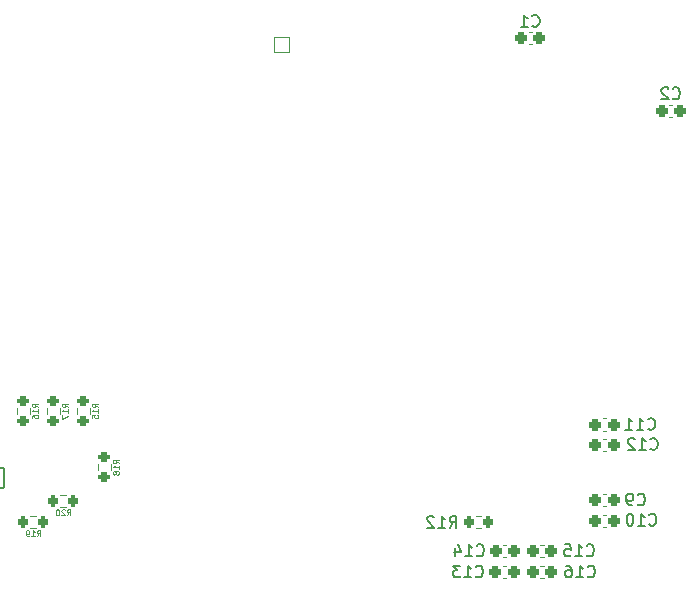
<source format=gbo>
G04 #@! TF.GenerationSoftware,KiCad,Pcbnew,(6.0.4-0)*
G04 #@! TF.CreationDate,2022-05-10T10:58:29-07:00*
G04 #@! TF.ProjectId,Labpass RFID Reader,4c616270-6173-4732-9052-464944205265,0.1.0*
G04 #@! TF.SameCoordinates,Original*
G04 #@! TF.FileFunction,Legend,Bot*
G04 #@! TF.FilePolarity,Positive*
%FSLAX46Y46*%
G04 Gerber Fmt 4.6, Leading zero omitted, Abs format (unit mm)*
G04 Created by KiCad (PCBNEW (6.0.4-0)) date 2022-05-10 10:58:29*
%MOMM*%
%LPD*%
G01*
G04 APERTURE LIST*
G04 Aperture macros list*
%AMRoundRect*
0 Rectangle with rounded corners*
0 $1 Rounding radius*
0 $2 $3 $4 $5 $6 $7 $8 $9 X,Y pos of 4 corners*
0 Add a 4 corners polygon primitive as box body*
4,1,4,$2,$3,$4,$5,$6,$7,$8,$9,$2,$3,0*
0 Add four circle primitives for the rounded corners*
1,1,$1+$1,$2,$3*
1,1,$1+$1,$4,$5*
1,1,$1+$1,$6,$7*
1,1,$1+$1,$8,$9*
0 Add four rect primitives between the rounded corners*
20,1,$1+$1,$2,$3,$4,$5,0*
20,1,$1+$1,$4,$5,$6,$7,0*
20,1,$1+$1,$6,$7,$8,$9,0*
20,1,$1+$1,$8,$9,$2,$3,0*%
G04 Aperture macros list end*
%ADD10C,0.100000*%
%ADD11C,0.150000*%
%ADD12C,0.120000*%
%ADD13RoundRect,0.050800X0.850000X-0.850000X0.850000X0.850000X-0.850000X0.850000X-0.850000X-0.850000X0*%
%ADD14O,1.801600X1.801600*%
%ADD15RoundRect,0.050800X-0.850000X-0.850000X0.850000X-0.850000X0.850000X0.850000X-0.850000X0.850000X0*%
%ADD16RoundRect,0.250800X-0.275000X0.200000X-0.275000X-0.200000X0.275000X-0.200000X0.275000X0.200000X0*%
%ADD17C,1.625600*%
%ADD18RoundRect,0.250800X0.200000X0.275000X-0.200000X0.275000X-0.200000X-0.275000X0.200000X-0.275000X0*%
%ADD19C,2.301600*%
%ADD20RoundRect,0.050800X0.650000X0.650000X-0.650000X0.650000X-0.650000X-0.650000X0.650000X-0.650000X0*%
%ADD21C,1.401600*%
%ADD22C,1.676400*%
%ADD23RoundRect,0.275800X0.225000X0.250000X-0.225000X0.250000X-0.225000X-0.250000X0.225000X-0.250000X0*%
%ADD24RoundRect,0.250800X-0.200000X-0.275000X0.200000X-0.275000X0.200000X0.275000X-0.200000X0.275000X0*%
%ADD25RoundRect,0.275800X-0.225000X-0.250000X0.225000X-0.250000X0.225000X0.250000X-0.225000X0.250000X0*%
G04 APERTURE END LIST*
D10*
X117304190Y-108390571D02*
X117066095Y-108223904D01*
X117304190Y-108104857D02*
X116804190Y-108104857D01*
X116804190Y-108295333D01*
X116828000Y-108342952D01*
X116851809Y-108366761D01*
X116899428Y-108390571D01*
X116970857Y-108390571D01*
X117018476Y-108366761D01*
X117042285Y-108342952D01*
X117066095Y-108295333D01*
X117066095Y-108104857D01*
X117304190Y-108866761D02*
X117304190Y-108581047D01*
X117304190Y-108723904D02*
X116804190Y-108723904D01*
X116875619Y-108676285D01*
X116923238Y-108628666D01*
X116947047Y-108581047D01*
X116804190Y-109319142D02*
X116804190Y-109081047D01*
X117042285Y-109057238D01*
X117018476Y-109081047D01*
X116994666Y-109128666D01*
X116994666Y-109247714D01*
X117018476Y-109295333D01*
X117042285Y-109319142D01*
X117089904Y-109342952D01*
X117208952Y-109342952D01*
X117256571Y-109319142D01*
X117280380Y-109295333D01*
X117304190Y-109247714D01*
X117304190Y-109128666D01*
X117280380Y-109081047D01*
X117256571Y-109057238D01*
X114684428Y-117558190D02*
X114851095Y-117320095D01*
X114970142Y-117558190D02*
X114970142Y-117058190D01*
X114779666Y-117058190D01*
X114732047Y-117082000D01*
X114708238Y-117105809D01*
X114684428Y-117153428D01*
X114684428Y-117224857D01*
X114708238Y-117272476D01*
X114732047Y-117296285D01*
X114779666Y-117320095D01*
X114970142Y-117320095D01*
X114493952Y-117105809D02*
X114470142Y-117082000D01*
X114422523Y-117058190D01*
X114303476Y-117058190D01*
X114255857Y-117082000D01*
X114232047Y-117105809D01*
X114208238Y-117153428D01*
X114208238Y-117201047D01*
X114232047Y-117272476D01*
X114517761Y-117558190D01*
X114208238Y-117558190D01*
X113898714Y-117058190D02*
X113851095Y-117058190D01*
X113803476Y-117082000D01*
X113779666Y-117105809D01*
X113755857Y-117153428D01*
X113732047Y-117248666D01*
X113732047Y-117367714D01*
X113755857Y-117462952D01*
X113779666Y-117510571D01*
X113803476Y-117534380D01*
X113851095Y-117558190D01*
X113898714Y-117558190D01*
X113946333Y-117534380D01*
X113970142Y-117510571D01*
X113993952Y-117462952D01*
X114017761Y-117367714D01*
X114017761Y-117248666D01*
X113993952Y-117153428D01*
X113970142Y-117105809D01*
X113946333Y-117082000D01*
X113898714Y-117058190D01*
X112224190Y-108390571D02*
X111986095Y-108223904D01*
X112224190Y-108104857D02*
X111724190Y-108104857D01*
X111724190Y-108295333D01*
X111748000Y-108342952D01*
X111771809Y-108366761D01*
X111819428Y-108390571D01*
X111890857Y-108390571D01*
X111938476Y-108366761D01*
X111962285Y-108342952D01*
X111986095Y-108295333D01*
X111986095Y-108104857D01*
X112224190Y-108866761D02*
X112224190Y-108581047D01*
X112224190Y-108723904D02*
X111724190Y-108723904D01*
X111795619Y-108676285D01*
X111843238Y-108628666D01*
X111867047Y-108581047D01*
X111724190Y-109295333D02*
X111724190Y-109200095D01*
X111748000Y-109152476D01*
X111771809Y-109128666D01*
X111843238Y-109081047D01*
X111938476Y-109057238D01*
X112128952Y-109057238D01*
X112176571Y-109081047D01*
X112200380Y-109104857D01*
X112224190Y-109152476D01*
X112224190Y-109247714D01*
X112200380Y-109295333D01*
X112176571Y-109319142D01*
X112128952Y-109342952D01*
X112009904Y-109342952D01*
X111962285Y-109319142D01*
X111938476Y-109295333D01*
X111914666Y-109247714D01*
X111914666Y-109152476D01*
X111938476Y-109104857D01*
X111962285Y-109081047D01*
X112009904Y-109057238D01*
X119082190Y-113153571D02*
X118844095Y-112986904D01*
X119082190Y-112867857D02*
X118582190Y-112867857D01*
X118582190Y-113058333D01*
X118606000Y-113105952D01*
X118629809Y-113129761D01*
X118677428Y-113153571D01*
X118748857Y-113153571D01*
X118796476Y-113129761D01*
X118820285Y-113105952D01*
X118844095Y-113058333D01*
X118844095Y-112867857D01*
X119082190Y-113629761D02*
X119082190Y-113344047D01*
X119082190Y-113486904D02*
X118582190Y-113486904D01*
X118653619Y-113439285D01*
X118701238Y-113391666D01*
X118725047Y-113344047D01*
X118796476Y-113915476D02*
X118772666Y-113867857D01*
X118748857Y-113844047D01*
X118701238Y-113820238D01*
X118677428Y-113820238D01*
X118629809Y-113844047D01*
X118606000Y-113867857D01*
X118582190Y-113915476D01*
X118582190Y-114010714D01*
X118606000Y-114058333D01*
X118629809Y-114082142D01*
X118677428Y-114105952D01*
X118701238Y-114105952D01*
X118748857Y-114082142D01*
X118772666Y-114058333D01*
X118796476Y-114010714D01*
X118796476Y-113915476D01*
X118820285Y-113867857D01*
X118844095Y-113844047D01*
X118891714Y-113820238D01*
X118986952Y-113820238D01*
X119034571Y-113844047D01*
X119058380Y-113867857D01*
X119082190Y-113915476D01*
X119082190Y-114010714D01*
X119058380Y-114058333D01*
X119034571Y-114082142D01*
X118986952Y-114105952D01*
X118891714Y-114105952D01*
X118844095Y-114082142D01*
X118820285Y-114058333D01*
X118796476Y-114010714D01*
X114764190Y-108390571D02*
X114526095Y-108223904D01*
X114764190Y-108104857D02*
X114264190Y-108104857D01*
X114264190Y-108295333D01*
X114288000Y-108342952D01*
X114311809Y-108366761D01*
X114359428Y-108390571D01*
X114430857Y-108390571D01*
X114478476Y-108366761D01*
X114502285Y-108342952D01*
X114526095Y-108295333D01*
X114526095Y-108104857D01*
X114764190Y-108866761D02*
X114764190Y-108581047D01*
X114764190Y-108723904D02*
X114264190Y-108723904D01*
X114335619Y-108676285D01*
X114383238Y-108628666D01*
X114407047Y-108581047D01*
X114264190Y-109033428D02*
X114264190Y-109366761D01*
X114764190Y-109152476D01*
X112144428Y-119336190D02*
X112311095Y-119098095D01*
X112430142Y-119336190D02*
X112430142Y-118836190D01*
X112239666Y-118836190D01*
X112192047Y-118860000D01*
X112168238Y-118883809D01*
X112144428Y-118931428D01*
X112144428Y-119002857D01*
X112168238Y-119050476D01*
X112192047Y-119074285D01*
X112239666Y-119098095D01*
X112430142Y-119098095D01*
X111668238Y-119336190D02*
X111953952Y-119336190D01*
X111811095Y-119336190D02*
X111811095Y-118836190D01*
X111858714Y-118907619D01*
X111906333Y-118955238D01*
X111953952Y-118979047D01*
X111430142Y-119336190D02*
X111334904Y-119336190D01*
X111287285Y-119312380D01*
X111263476Y-119288571D01*
X111215857Y-119217142D01*
X111192047Y-119121904D01*
X111192047Y-118931428D01*
X111215857Y-118883809D01*
X111239666Y-118860000D01*
X111287285Y-118836190D01*
X111382523Y-118836190D01*
X111430142Y-118860000D01*
X111453952Y-118883809D01*
X111477761Y-118931428D01*
X111477761Y-119050476D01*
X111453952Y-119098095D01*
X111430142Y-119121904D01*
X111382523Y-119145714D01*
X111287285Y-119145714D01*
X111239666Y-119121904D01*
X111215857Y-119098095D01*
X111192047Y-119050476D01*
D11*
X163869026Y-110229311D02*
X163916645Y-110276930D01*
X164059502Y-110324549D01*
X164154740Y-110324549D01*
X164297597Y-110276930D01*
X164392835Y-110181692D01*
X164440454Y-110086454D01*
X164488073Y-109895978D01*
X164488073Y-109753121D01*
X164440454Y-109562645D01*
X164392835Y-109467407D01*
X164297597Y-109372169D01*
X164154740Y-109324549D01*
X164059502Y-109324549D01*
X163916645Y-109372169D01*
X163869026Y-109419788D01*
X162916645Y-110324549D02*
X163488073Y-110324549D01*
X163202359Y-110324549D02*
X163202359Y-109324549D01*
X163297597Y-109467407D01*
X163392835Y-109562645D01*
X163488073Y-109610264D01*
X161964264Y-110324549D02*
X162535692Y-110324549D01*
X162249978Y-110324549D02*
X162249978Y-109324549D01*
X162345216Y-109467407D01*
X162440454Y-109562645D01*
X162535692Y-109610264D01*
X147069026Y-118624549D02*
X147402359Y-118148359D01*
X147640454Y-118624549D02*
X147640454Y-117624549D01*
X147259502Y-117624549D01*
X147164264Y-117672169D01*
X147116645Y-117719788D01*
X147069026Y-117815026D01*
X147069026Y-117957883D01*
X147116645Y-118053121D01*
X147164264Y-118100740D01*
X147259502Y-118148359D01*
X147640454Y-118148359D01*
X146116645Y-118624549D02*
X146688073Y-118624549D01*
X146402359Y-118624549D02*
X146402359Y-117624549D01*
X146497597Y-117767407D01*
X146592835Y-117862645D01*
X146688073Y-117910264D01*
X145735692Y-117719788D02*
X145688073Y-117672169D01*
X145592835Y-117624549D01*
X145354740Y-117624549D01*
X145259502Y-117672169D01*
X145211883Y-117719788D01*
X145164264Y-117815026D01*
X145164264Y-117910264D01*
X145211883Y-118053121D01*
X145783311Y-118624549D01*
X145164264Y-118624549D01*
X164069026Y-111929311D02*
X164116645Y-111976930D01*
X164259502Y-112024549D01*
X164354740Y-112024549D01*
X164497597Y-111976930D01*
X164592835Y-111881692D01*
X164640454Y-111786454D01*
X164688073Y-111595978D01*
X164688073Y-111453121D01*
X164640454Y-111262645D01*
X164592835Y-111167407D01*
X164497597Y-111072169D01*
X164354740Y-111024549D01*
X164259502Y-111024549D01*
X164116645Y-111072169D01*
X164069026Y-111119788D01*
X163116645Y-112024549D02*
X163688073Y-112024549D01*
X163402359Y-112024549D02*
X163402359Y-111024549D01*
X163497597Y-111167407D01*
X163592835Y-111262645D01*
X163688073Y-111310264D01*
X162735692Y-111119788D02*
X162688073Y-111072169D01*
X162592835Y-111024549D01*
X162354740Y-111024549D01*
X162259502Y-111072169D01*
X162211883Y-111119788D01*
X162164264Y-111215026D01*
X162164264Y-111310264D01*
X162211883Y-111453121D01*
X162783311Y-112024549D01*
X162164264Y-112024549D01*
X163969026Y-118329311D02*
X164016645Y-118376930D01*
X164159502Y-118424549D01*
X164254740Y-118424549D01*
X164397597Y-118376930D01*
X164492835Y-118281692D01*
X164540454Y-118186454D01*
X164588073Y-117995978D01*
X164588073Y-117853121D01*
X164540454Y-117662645D01*
X164492835Y-117567407D01*
X164397597Y-117472169D01*
X164254740Y-117424549D01*
X164159502Y-117424549D01*
X164016645Y-117472169D01*
X163969026Y-117519788D01*
X163016645Y-118424549D02*
X163588073Y-118424549D01*
X163302359Y-118424549D02*
X163302359Y-117424549D01*
X163397597Y-117567407D01*
X163492835Y-117662645D01*
X163588073Y-117710264D01*
X162397597Y-117424549D02*
X162302359Y-117424549D01*
X162207121Y-117472169D01*
X162159502Y-117519788D01*
X162111883Y-117615026D01*
X162064264Y-117805502D01*
X162064264Y-118043597D01*
X162111883Y-118234073D01*
X162159502Y-118329311D01*
X162207121Y-118376930D01*
X162302359Y-118424549D01*
X162397597Y-118424549D01*
X162492835Y-118376930D01*
X162540454Y-118329311D01*
X162588073Y-118234073D01*
X162635692Y-118043597D01*
X162635692Y-117805502D01*
X162588073Y-117615026D01*
X162540454Y-117519788D01*
X162492835Y-117472169D01*
X162397597Y-117424549D01*
X162992835Y-116629311D02*
X163040454Y-116676930D01*
X163183311Y-116724549D01*
X163278549Y-116724549D01*
X163421407Y-116676930D01*
X163516645Y-116581692D01*
X163564264Y-116486454D01*
X163611883Y-116295978D01*
X163611883Y-116153121D01*
X163564264Y-115962645D01*
X163516645Y-115867407D01*
X163421407Y-115772169D01*
X163278549Y-115724549D01*
X163183311Y-115724549D01*
X163040454Y-115772169D01*
X162992835Y-115819788D01*
X162516645Y-116724549D02*
X162326169Y-116724549D01*
X162230930Y-116676930D01*
X162183311Y-116629311D01*
X162088073Y-116486454D01*
X162040454Y-116295978D01*
X162040454Y-115915026D01*
X162088073Y-115819788D01*
X162135692Y-115772169D01*
X162230930Y-115724549D01*
X162421407Y-115724549D01*
X162516645Y-115772169D01*
X162564264Y-115819788D01*
X162611883Y-115915026D01*
X162611883Y-116153121D01*
X162564264Y-116248359D01*
X162516645Y-116295978D01*
X162421407Y-116343597D01*
X162230930Y-116343597D01*
X162135692Y-116295978D01*
X162088073Y-116248359D01*
X162040454Y-116153121D01*
X149269026Y-122729311D02*
X149316645Y-122776930D01*
X149459502Y-122824549D01*
X149554740Y-122824549D01*
X149697597Y-122776930D01*
X149792835Y-122681692D01*
X149840454Y-122586454D01*
X149888073Y-122395978D01*
X149888073Y-122253121D01*
X149840454Y-122062645D01*
X149792835Y-121967407D01*
X149697597Y-121872169D01*
X149554740Y-121824549D01*
X149459502Y-121824549D01*
X149316645Y-121872169D01*
X149269026Y-121919788D01*
X148316645Y-122824549D02*
X148888073Y-122824549D01*
X148602359Y-122824549D02*
X148602359Y-121824549D01*
X148697597Y-121967407D01*
X148792835Y-122062645D01*
X148888073Y-122110264D01*
X147983311Y-121824549D02*
X147364264Y-121824549D01*
X147697597Y-122205502D01*
X147554740Y-122205502D01*
X147459502Y-122253121D01*
X147411883Y-122300740D01*
X147364264Y-122395978D01*
X147364264Y-122634073D01*
X147411883Y-122729311D01*
X147459502Y-122776930D01*
X147554740Y-122824549D01*
X147840454Y-122824549D01*
X147935692Y-122776930D01*
X147983311Y-122729311D01*
X149369026Y-120929311D02*
X149416645Y-120976930D01*
X149559502Y-121024549D01*
X149654740Y-121024549D01*
X149797597Y-120976930D01*
X149892835Y-120881692D01*
X149940454Y-120786454D01*
X149988073Y-120595978D01*
X149988073Y-120453121D01*
X149940454Y-120262645D01*
X149892835Y-120167407D01*
X149797597Y-120072169D01*
X149654740Y-120024549D01*
X149559502Y-120024549D01*
X149416645Y-120072169D01*
X149369026Y-120119788D01*
X148416645Y-121024549D02*
X148988073Y-121024549D01*
X148702359Y-121024549D02*
X148702359Y-120024549D01*
X148797597Y-120167407D01*
X148892835Y-120262645D01*
X148988073Y-120310264D01*
X147559502Y-120357883D02*
X147559502Y-121024549D01*
X147797597Y-119976930D02*
X148035692Y-120691216D01*
X147416645Y-120691216D01*
X165967835Y-82241311D02*
X166015454Y-82288930D01*
X166158311Y-82336549D01*
X166253549Y-82336549D01*
X166396407Y-82288930D01*
X166491645Y-82193692D01*
X166539264Y-82098454D01*
X166586883Y-81907978D01*
X166586883Y-81765121D01*
X166539264Y-81574645D01*
X166491645Y-81479407D01*
X166396407Y-81384169D01*
X166253549Y-81336549D01*
X166158311Y-81336549D01*
X166015454Y-81384169D01*
X165967835Y-81431788D01*
X165586883Y-81431788D02*
X165539264Y-81384169D01*
X165444026Y-81336549D01*
X165205930Y-81336549D01*
X165110692Y-81384169D01*
X165063073Y-81431788D01*
X165015454Y-81527026D01*
X165015454Y-81622264D01*
X165063073Y-81765121D01*
X165634502Y-82336549D01*
X165015454Y-82336549D01*
X158669026Y-120929311D02*
X158716645Y-120976930D01*
X158859502Y-121024549D01*
X158954740Y-121024549D01*
X159097597Y-120976930D01*
X159192835Y-120881692D01*
X159240454Y-120786454D01*
X159288073Y-120595978D01*
X159288073Y-120453121D01*
X159240454Y-120262645D01*
X159192835Y-120167407D01*
X159097597Y-120072169D01*
X158954740Y-120024549D01*
X158859502Y-120024549D01*
X158716645Y-120072169D01*
X158669026Y-120119788D01*
X157716645Y-121024549D02*
X158288073Y-121024549D01*
X158002359Y-121024549D02*
X158002359Y-120024549D01*
X158097597Y-120167407D01*
X158192835Y-120262645D01*
X158288073Y-120310264D01*
X156811883Y-120024549D02*
X157288073Y-120024549D01*
X157335692Y-120500740D01*
X157288073Y-120453121D01*
X157192835Y-120405502D01*
X156954740Y-120405502D01*
X156859502Y-120453121D01*
X156811883Y-120500740D01*
X156764264Y-120595978D01*
X156764264Y-120834073D01*
X156811883Y-120929311D01*
X156859502Y-120976930D01*
X156954740Y-121024549D01*
X157192835Y-121024549D01*
X157288073Y-120976930D01*
X157335692Y-120929311D01*
X158769026Y-122729311D02*
X158816645Y-122776930D01*
X158959502Y-122824549D01*
X159054740Y-122824549D01*
X159197597Y-122776930D01*
X159292835Y-122681692D01*
X159340454Y-122586454D01*
X159388073Y-122395978D01*
X159388073Y-122253121D01*
X159340454Y-122062645D01*
X159292835Y-121967407D01*
X159197597Y-121872169D01*
X159054740Y-121824549D01*
X158959502Y-121824549D01*
X158816645Y-121872169D01*
X158769026Y-121919788D01*
X157816645Y-122824549D02*
X158388073Y-122824549D01*
X158102359Y-122824549D02*
X158102359Y-121824549D01*
X158197597Y-121967407D01*
X158292835Y-122062645D01*
X158388073Y-122110264D01*
X156959502Y-121824549D02*
X157149978Y-121824549D01*
X157245216Y-121872169D01*
X157292835Y-121919788D01*
X157388073Y-122062645D01*
X157435692Y-122253121D01*
X157435692Y-122634073D01*
X157388073Y-122729311D01*
X157340454Y-122776930D01*
X157245216Y-122824549D01*
X157054740Y-122824549D01*
X156959502Y-122776930D01*
X156911883Y-122729311D01*
X156864264Y-122634073D01*
X156864264Y-122395978D01*
X156911883Y-122300740D01*
X156959502Y-122253121D01*
X157054740Y-122205502D01*
X157245216Y-122205502D01*
X157340454Y-122253121D01*
X157388073Y-122300740D01*
X157435692Y-122395978D01*
X154067835Y-76099311D02*
X154115454Y-76146930D01*
X154258311Y-76194549D01*
X154353549Y-76194549D01*
X154496407Y-76146930D01*
X154591645Y-76051692D01*
X154639264Y-75956454D01*
X154686883Y-75765978D01*
X154686883Y-75623121D01*
X154639264Y-75432645D01*
X154591645Y-75337407D01*
X154496407Y-75242169D01*
X154353549Y-75194549D01*
X154258311Y-75194549D01*
X154115454Y-75242169D01*
X154067835Y-75289788D01*
X153115454Y-76194549D02*
X153686883Y-76194549D01*
X153401169Y-76194549D02*
X153401169Y-75194549D01*
X153496407Y-75337407D01*
X153591645Y-75432645D01*
X153686883Y-75480264D01*
D12*
X115555500Y-108474742D02*
X115555500Y-108949258D01*
X116600500Y-108474742D02*
X116600500Y-108949258D01*
X114600258Y-115809500D02*
X114125742Y-115809500D01*
X114600258Y-116854500D02*
X114125742Y-116854500D01*
X111520500Y-108474742D02*
X111520500Y-108949258D01*
X110475500Y-108474742D02*
X110475500Y-108949258D01*
X117333500Y-113237742D02*
X117333500Y-113712258D01*
X118378500Y-113237742D02*
X118378500Y-113712258D01*
X114060500Y-108474742D02*
X114060500Y-108949258D01*
X113015500Y-108474742D02*
X113015500Y-108949258D01*
X112060258Y-117587500D02*
X111585742Y-117587500D01*
X112060258Y-118632500D02*
X111585742Y-118632500D01*
X160341749Y-111062169D02*
X160060589Y-111062169D01*
X160341749Y-112082169D02*
X160060589Y-112082169D01*
X149278911Y-117591669D02*
X149753427Y-117591669D01*
X149278911Y-118636669D02*
X149753427Y-118636669D01*
X160060589Y-109362169D02*
X160341749Y-109362169D01*
X160060589Y-110382169D02*
X160341749Y-110382169D01*
X160060589Y-115762169D02*
X160341749Y-115762169D01*
X160060589Y-116782169D02*
X160341749Y-116782169D01*
X160341749Y-117508169D02*
X160060589Y-117508169D01*
X160341749Y-118528169D02*
X160060589Y-118528169D01*
X151578589Y-121862169D02*
X151859749Y-121862169D01*
X151578589Y-122882169D02*
X151859749Y-122882169D01*
X151891749Y-120062169D02*
X151610589Y-120062169D01*
X151891749Y-121082169D02*
X151610589Y-121082169D01*
X165941749Y-83824169D02*
X165660589Y-83824169D01*
X165941749Y-82804169D02*
X165660589Y-82804169D01*
X155041749Y-122882169D02*
X154760589Y-122882169D01*
X155041749Y-121862169D02*
X154760589Y-121862169D01*
X154760589Y-120062169D02*
X155041749Y-120062169D01*
X154760589Y-121082169D02*
X155041749Y-121082169D01*
X154041749Y-76662169D02*
X153760589Y-76662169D01*
X154041749Y-77682169D02*
X153760589Y-77682169D01*
%LPC*%
D13*
X175768000Y-116332000D03*
D14*
X175768000Y-113792000D03*
X178308000Y-116332000D03*
X178308000Y-113792000D03*
D15*
X128270000Y-60198000D03*
D14*
X128270000Y-62738000D03*
X116088000Y-111822000D03*
X116088000Y-114362000D03*
X113548000Y-111822000D03*
X113548000Y-114362000D03*
X111008000Y-111822000D03*
X111008000Y-114362000D03*
X108468000Y-111822000D03*
D13*
X108468000Y-114362000D03*
D16*
X116078000Y-109537000D03*
X116078000Y-107887000D03*
D17*
X119250169Y-76456169D03*
X114250169Y-76456169D03*
D18*
X115188000Y-116332000D03*
X113538000Y-116332000D03*
D19*
X118779296Y-66252193D03*
X118819296Y-124232193D03*
X167829296Y-124222193D03*
D20*
X132866182Y-77760280D03*
D21*
X131596182Y-79030280D03*
X130326182Y-77760280D03*
D16*
X110998000Y-109537000D03*
X110998000Y-107887000D03*
X117856000Y-114300000D03*
X117856000Y-112650000D03*
X113538000Y-109537000D03*
X113538000Y-107887000D03*
D22*
X123366169Y-110535419D03*
X143686169Y-90215419D03*
X123366169Y-87675419D03*
X123366169Y-90215419D03*
X143686169Y-100375419D03*
X143686169Y-92755419D03*
X143686169Y-125775419D03*
X143686169Y-120695419D03*
X143686169Y-97835419D03*
X143686169Y-95295419D03*
X143686169Y-118155419D03*
X123366169Y-113075419D03*
X123366169Y-115615419D03*
X143686169Y-102915419D03*
X143686169Y-105455419D03*
X143686169Y-107995419D03*
X143686169Y-110535419D03*
X143686169Y-113075419D03*
X143686169Y-115615419D03*
X123366169Y-100375419D03*
X123366169Y-95295419D03*
X123366169Y-102915419D03*
X143686169Y-87675419D03*
X123366169Y-97835419D03*
X123366169Y-92755419D03*
X123366169Y-107995419D03*
X123366169Y-105455419D03*
X143686169Y-123235419D03*
D19*
X167789296Y-66232193D03*
D18*
X112648000Y-118110000D03*
X110998000Y-118110000D03*
D23*
X160976169Y-111572169D03*
X159426169Y-111572169D03*
D24*
X148691169Y-118114169D03*
X150341169Y-118114169D03*
D25*
X159426169Y-109872169D03*
X160976169Y-109872169D03*
X159426169Y-116272169D03*
X160976169Y-116272169D03*
D23*
X160976169Y-118018169D03*
X159426169Y-118018169D03*
D25*
X150944169Y-122372169D03*
X152494169Y-122372169D03*
D23*
X152526169Y-120572169D03*
X150976169Y-120572169D03*
X166576169Y-83314169D03*
X165026169Y-83314169D03*
X155676169Y-122372169D03*
X154126169Y-122372169D03*
D25*
X154126169Y-120572169D03*
X155676169Y-120572169D03*
D23*
X154676169Y-77172169D03*
X153126169Y-77172169D03*
M02*

</source>
